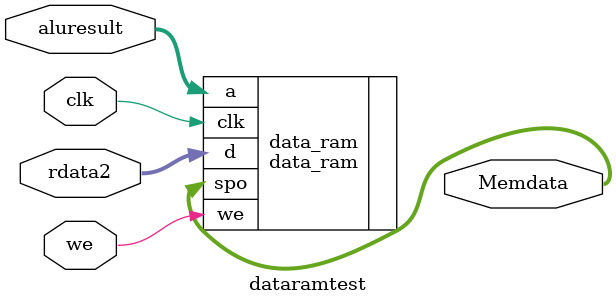
<source format=v>
`timescale 1ns / 1ps


module dataramtest(
    input clk,
    input we,
    input [31:0] aluresult,
    input [31:0] rdata2,
    output [31:0] Memdata
);

data_ram data_ram(
    .clk(clk),
    .we(we),
    .a(aluresult),
    .d(rdata2),
    .spo(Memdata)
);
endmodule

</source>
